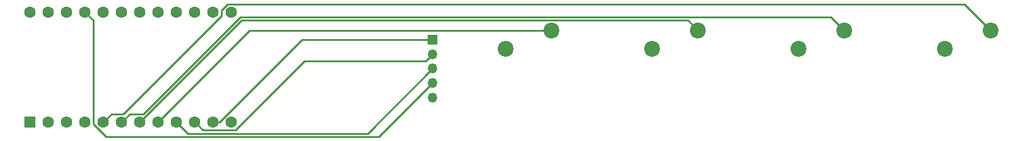
<source format=gbr>
%TF.GenerationSoftware,KiCad,Pcbnew,(5.1.10)-1*%
%TF.CreationDate,2021-07-06T12:32:41-04:00*%
%TF.ProjectId,MacroPad,4d616372-6f50-4616-942e-6b696361645f,rev?*%
%TF.SameCoordinates,Original*%
%TF.FileFunction,Copper,L1,Top*%
%TF.FilePolarity,Positive*%
%FSLAX46Y46*%
G04 Gerber Fmt 4.6, Leading zero omitted, Abs format (unit mm)*
G04 Created by KiCad (PCBNEW (5.1.10)-1) date 2021-07-06 12:32:41*
%MOMM*%
%LPD*%
G01*
G04 APERTURE LIST*
%TA.AperFunction,ComponentPad*%
%ADD10C,2.200000*%
%TD*%
%TA.AperFunction,ComponentPad*%
%ADD11R,1.350000X1.350000*%
%TD*%
%TA.AperFunction,ComponentPad*%
%ADD12O,1.350000X1.350000*%
%TD*%
%TA.AperFunction,ComponentPad*%
%ADD13R,1.600000X1.600000*%
%TD*%
%TA.AperFunction,ComponentPad*%
%ADD14C,1.600000*%
%TD*%
%TA.AperFunction,Conductor*%
%ADD15C,0.250000*%
%TD*%
G04 APERTURE END LIST*
D10*
%TO.P,SW1,2*%
%TO.N,GND*%
X139700000Y-80010000D03*
%TO.P,SW1,1*%
%TO.N,Net-(SW1-Pad1)*%
X146050000Y-77470000D03*
%TD*%
D11*
%TO.P,SW2,1*%
%TO.N,Net-(SW2-Pad1)*%
X129540000Y-78740000D03*
D12*
%TO.P,SW2,2*%
%TO.N,Net-(SW2-Pad2)*%
X129540000Y-80740000D03*
%TO.P,SW2,3*%
%TO.N,Net-(SW2-Pad3)*%
X129540000Y-82740000D03*
%TO.P,SW2,4*%
%TO.N,+5V*%
X129540000Y-84740000D03*
%TO.P,SW2,5*%
%TO.N,GND*%
X129540000Y-86740000D03*
%TD*%
D10*
%TO.P,SW3,1*%
%TO.N,Net-(SW3-Pad1)*%
X166370000Y-77470000D03*
%TO.P,SW3,2*%
%TO.N,GND*%
X160020000Y-80010000D03*
%TD*%
%TO.P,SW4,2*%
%TO.N,GND*%
X180340000Y-80010000D03*
%TO.P,SW4,1*%
%TO.N,Net-(SW4-Pad1)*%
X186690000Y-77470000D03*
%TD*%
%TO.P,SW5,1*%
%TO.N,Net-(SW5-Pad1)*%
X207010000Y-77470000D03*
%TO.P,SW5,2*%
%TO.N,GND*%
X200660000Y-80010000D03*
%TD*%
D13*
%TO.P,U1,1*%
%TO.N,Net-(U1-Pad1)*%
X73660000Y-90170000D03*
D14*
%TO.P,U1,2*%
%TO.N,Net-(U1-Pad2)*%
X76200000Y-90170000D03*
%TO.P,U1,3*%
%TO.N,Net-(U1-Pad3)*%
X78740000Y-90170000D03*
%TO.P,U1,4*%
%TO.N,Net-(U1-Pad4)*%
X81280000Y-90170000D03*
%TO.P,U1,5*%
%TO.N,Net-(SW5-Pad1)*%
X83820000Y-90170000D03*
%TO.P,U1,6*%
%TO.N,Net-(SW4-Pad1)*%
X86360000Y-90170000D03*
%TO.P,U1,7*%
%TO.N,Net-(SW3-Pad1)*%
X88900000Y-90170000D03*
%TO.P,U1,8*%
%TO.N,Net-(SW1-Pad1)*%
X91440000Y-90170000D03*
%TO.P,U1,9*%
%TO.N,Net-(SW2-Pad3)*%
X93980000Y-90170000D03*
%TO.P,U1,10*%
%TO.N,Net-(SW2-Pad2)*%
X96520000Y-90170000D03*
%TO.P,U1,11*%
%TO.N,Net-(SW2-Pad1)*%
X99060000Y-90170000D03*
%TO.P,U1,12*%
%TO.N,Net-(U1-Pad12)*%
X101600000Y-90170000D03*
%TO.P,U1,13*%
%TO.N,Net-(U1-Pad13)*%
X101600000Y-74930000D03*
%TO.P,U1,14*%
%TO.N,Net-(U1-Pad14)*%
X99060000Y-74930000D03*
%TO.P,U1,15*%
%TO.N,Net-(U1-Pad15)*%
X96520000Y-74930000D03*
%TO.P,U1,16*%
%TO.N,Net-(U1-Pad16)*%
X93980000Y-74930000D03*
%TO.P,U1,17*%
%TO.N,Net-(U1-Pad17)*%
X91440000Y-74930000D03*
%TO.P,U1,18*%
%TO.N,Net-(U1-Pad18)*%
X88900000Y-74930000D03*
%TO.P,U1,19*%
%TO.N,Net-(U1-Pad19)*%
X86360000Y-74930000D03*
%TO.P,U1,20*%
%TO.N,Net-(U1-Pad20)*%
X83820000Y-74930000D03*
%TO.P,U1,21*%
%TO.N,+5V*%
X81280000Y-74930000D03*
%TO.P,U1,22*%
%TO.N,Net-(U1-Pad22)*%
X78740000Y-74930000D03*
%TO.P,U1,23*%
%TO.N,GND*%
X76200000Y-74930000D03*
%TO.P,U1,24*%
%TO.N,Net-(U1-Pad24)*%
X73660000Y-74930000D03*
%TD*%
D15*
%TO.N,Net-(SW1-Pad1)*%
X104140000Y-77470000D02*
X146050000Y-77470000D01*
X91440000Y-90170000D02*
X104140000Y-77470000D01*
%TO.N,Net-(SW2-Pad1)*%
X99934998Y-90170000D02*
X99060000Y-90170000D01*
X111364998Y-78740000D02*
X99934998Y-90170000D01*
X129540000Y-78740000D02*
X111364998Y-78740000D01*
%TO.N,Net-(SW2-Pad2)*%
X102140001Y-91295001D02*
X111760000Y-81675002D01*
X97645001Y-91295001D02*
X102140001Y-91295001D01*
X96520000Y-90170000D02*
X97645001Y-91295001D01*
X128604998Y-81675002D02*
X129540000Y-80740000D01*
X111760000Y-81675002D02*
X128604998Y-81675002D01*
%TO.N,Net-(SW2-Pad3)*%
X95555011Y-91745011D02*
X93980000Y-90170000D01*
X120534989Y-91745011D02*
X95555011Y-91745011D01*
X129540000Y-82740000D02*
X120534989Y-91745011D01*
%TO.N,+5V*%
X82405001Y-76055001D02*
X81280000Y-74930000D01*
X82405001Y-90420003D02*
X82405001Y-76055001D01*
X84180018Y-92195020D02*
X82405001Y-90420003D01*
X122084980Y-92195020D02*
X84180018Y-92195020D01*
X129540000Y-84740000D02*
X122084980Y-92195020D01*
%TO.N,Net-(SW3-Pad1)*%
X103025001Y-76044999D02*
X88900000Y-90170000D01*
X164944999Y-76044999D02*
X103025001Y-76044999D01*
X166370000Y-77470000D02*
X164944999Y-76044999D01*
%TO.N,Net-(SW4-Pad1)*%
X184814989Y-75594989D02*
X186690000Y-77470000D01*
X102838601Y-75594989D02*
X184814989Y-75594989D01*
X89388591Y-89044999D02*
X102838601Y-75594989D01*
X87485001Y-89044999D02*
X89388591Y-89044999D01*
X86360000Y-90170000D02*
X87485001Y-89044999D01*
%TO.N,Net-(SW5-Pad1)*%
X84945001Y-89044999D02*
X83820000Y-90170000D01*
X86610003Y-89044999D02*
X84945001Y-89044999D01*
X100185001Y-75470001D02*
X86610003Y-89044999D01*
X100185001Y-74679997D02*
X100185001Y-75470001D01*
X101059999Y-73804999D02*
X100185001Y-74679997D01*
X203344999Y-73804999D02*
X101059999Y-73804999D01*
X207010000Y-77470000D02*
X203344999Y-73804999D01*
%TD*%
M02*

</source>
